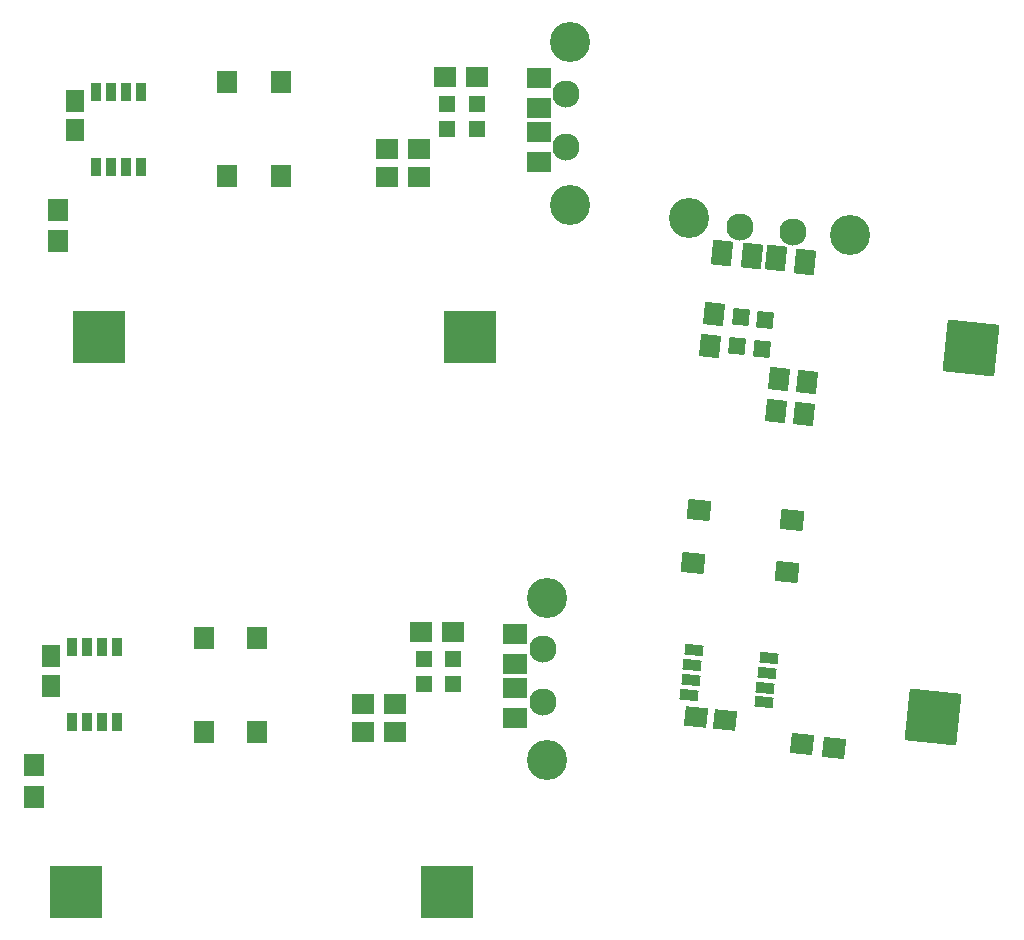
<source format=gts>
%MOIN*%
%OFA0B0*%
%FSLAX46Y46*%
%IPPOS*%
%LPD*%
%AMREC47*
4,1,3,
0.033801567653702583,-0.036211913534767569,
0.040591802472270622,0.028392855258840732,
-0.033801567653702583,0.036211913534767569,
-0.040591802472270622,-0.028392855258840732,
0*%
%AMREC48*
4,1,3,
0.02452737805001708,-0.030288789411226331,
0.030288789411226331,0.02452737805001708,
-0.02452737805001708,0.030288789411226331,
-0.030288789411226331,-0.02452737805001708,
0*%
%AMREC49*
4,1,3,
0.028339280313114491,-0.020951049208983885,
0.032075967110241632,0.014601150830165412,
-0.028339280313114491,0.020951049208983885,
-0.032075967110241632,-0.014601150830165412,
0*%
%AMREC50*
4,1,3,
0.028960186009133707,-0.044610125350952469,
0.037602303050947576,0.037614125840912664,
-0.028960186009133707,0.044610125350952469,
-0.037602303050947576,-0.037614125840912664,
0*%
%AMREC51*
4,1,3,
0.029371715392077224,-0.040694684818006505,
0.037190773668004058,0.0336986853079667,
-0.029371715392077224,0.040694684818006505,
-0.037190773668004058,-0.0336986853079667,
0*%
%AMREC52*
4,1,3,
0.0336986853079667,-0.037190773668004058,
0.040694684818006505,0.029371715392077224,
-0.0336986853079667,0.037190773668004058,
-0.040694684818006505,-0.029371715392077224,
0*%
%AMREC53*
4,1,3,
0.034677545441203189,-0.037293656013739941,
0.041673544951242987,0.029268833046341345,
-0.034677545441203189,0.037293656013739941,
-0.041673544951242987,-0.029268833046341345,
0*%
%AMREC54*
4,1,3,
0.0770860453000537,-0.095193338149568471,
0.095193338149568471,0.0770860453000537,
-0.0770860453000537,0.095193338149568471,
-0.095193338149568471,-0.0770860453000537,
0*%
%ADD10C,0.0039370078740157488*%
%AMCOMP65*
4,1,3,
0.033801567653702583,-0.036211913534767569,
0.040591802472270622,0.028392855258840732,
-0.033801567653702583,0.036211913534767569,
-0.040591802472270622,-0.028392855258840732,
0*%
%ADD11COMP65*%
%AMCOMP66*
4,1,3,
0.02452737805001708,-0.030288789411226331,
0.030288789411226331,0.02452737805001708,
-0.02452737805001708,0.030288789411226331,
-0.030288789411226331,-0.02452737805001708,
0*%
%ADD12COMP66*%
%AMCOMP67*
4,1,3,
0.028339280313114491,-0.020951049208983885,
0.032075967110241632,0.014601150830165412,
-0.028339280313114491,0.020951049208983885,
-0.032075967110241632,-0.014601150830165412,
0*%
%ADD13COMP67*%
%ADD14C,0.0905511811023622*%
%AMCOMP68*
4,1,3,
0.028960186009133707,-0.044610125350952469,
0.037602303050947576,0.037614125840912664,
-0.028960186009133707,0.044610125350952469,
-0.037602303050947576,-0.037614125840912664,
0*%
%ADD15COMP68*%
%ADD16C,0.13385826771653545*%
%AMCOMP69*
4,1,3,
0.029371715392077224,-0.040694684818006505,
0.037190773668004058,0.0336986853079667,
-0.029371715392077224,0.040694684818006505,
-0.037190773668004058,-0.0336986853079667,
0*%
%ADD17COMP69*%
%AMCOMP70*
4,1,3,
0.0336986853079667,-0.037190773668004058,
0.040694684818006505,0.029371715392077224,
-0.0336986853079667,0.037190773668004058,
-0.040694684818006505,-0.029371715392077224,
0*%
%ADD18COMP70*%
%AMCOMP71*
4,1,3,
0.034677545441203189,-0.037293656013739941,
0.041673544951242987,0.029268833046341345,
-0.034677545441203189,0.037293656013739941,
-0.041673544951242987,-0.029268833046341345,
0*%
%ADD19COMP71*%
%AMCOMP72*
4,1,3,
0.0770860453000537,-0.095193338149568471,
0.095193338149568471,0.0770860453000537,
-0.0770860453000537,0.095193338149568471,
-0.095193338149568471,-0.0770860453000537,
0*%
%ADD20COMP72*%
%ADD31C,0.0039370078740157488*%
%ADD32R,0.064960629921259838X0.074803149606299218*%
%ADD33R,0.055118110236220472X0.055118110236220472*%
%ADD34R,0.035748031496062996X0.06074803149606299*%
%ADD35C,0.0905511811023622*%
%ADD36R,0.082677165354330714X0.066929133858267723*%
%ADD37C,0.13385826771653545*%
%ADD38R,0.074803149606299218X0.066929133858267723*%
%ADD39R,0.066929133858267723X0.074803149606299218*%
%ADD40R,0.066929133858267723X0.076771653543307089*%
%ADD41R,0.17322834645669294X0.17322834645669294*%
%ADD52C,0.0039370078740157488*%
%ADD53R,0.064960629921259838X0.074803149606299218*%
%ADD54R,0.055118110236220472X0.055118110236220472*%
%ADD55R,0.035748031496062996X0.06074803149606299*%
%ADD56C,0.0905511811023622*%
%ADD57R,0.082677165354330714X0.066929133858267723*%
%ADD58C,0.13385826771653545*%
%ADD59R,0.074803149606299218X0.066929133858267723*%
%ADD60R,0.066929133858267723X0.074803149606299218*%
%ADD61R,0.066929133858267723X0.076771653543307089*%
%ADD62R,0.17322834645669294X0.17322834645669294*%
%LPD*%
G01*
D10*
D11*
X-0001456692Y-0003070866D02*
X0002530638Y0001288192D03*
X0002628524Y0001277903D03*
D12*
X0002762776Y0002611728D03*
X0002752488Y0002513842D03*
X0002680552Y0002620370D03*
X0002670264Y0002522484D03*
D13*
X0002509638Y0001361457D03*
X0002514864Y0001411183D03*
X0002520091Y0001460910D03*
X0002525317Y0001510636D03*
X0002773948Y0001484504D03*
X0002768721Y0001434777D03*
X0002763495Y0001385051D03*
X0002758268Y0001335325D03*
D14*
X0002679073Y0002920793D03*
D15*
X0002618110Y0002834171D03*
X0002717562Y0002823718D03*
X0002797045Y0002815364D03*
X0002896497Y0002804911D03*
D16*
X0002509676Y0002951265D03*
X0003046875Y0002894803D03*
D14*
X0002855268Y0002902274D03*
D17*
X0002892033Y0002297282D03*
X0002903145Y0002402999D03*
X0002798063Y0002307159D03*
X0002809174Y0002412876D03*
X0002579386Y0002524119D03*
X0002590497Y0002629835D03*
D18*
X0002885097Y0001195515D03*
X0002990814Y0001184403D03*
D19*
X0002522809Y0001801269D03*
X0002541328Y0001977464D03*
X0002852997Y0001944707D03*
X0002834478Y0001768512D03*
D20*
X0003320410Y0001288316D03*
X0003449630Y0002517764D03*
G04 next file*
%LPD*%
G01*
D31*
D32*
X-0004370078Y0005000000D02*
X0000381888Y0001490156D03*
X0000381888Y0001391732D03*
D33*
X0001722440Y0001397637D03*
X0001624015Y0001397637D03*
X0001722440Y0001480314D03*
X0001624015Y0001480314D03*
D34*
X0000452559Y0001518700D03*
X0000502559Y0001518700D03*
X0000552559Y0001518700D03*
X0000602559Y0001518700D03*
X0000602559Y0001268700D03*
X0000552559Y0001268700D03*
X0000502559Y0001268700D03*
X0000452559Y0001268700D03*
D35*
X0002021062Y0001513188D03*
D36*
X0001928543Y0001564763D03*
X0001928543Y0001464763D03*
X0001928543Y0001384841D03*
X0001928543Y0001284842D03*
D37*
X0002033661Y0001684842D03*
X0002033661Y0001144685D03*
D35*
X0002021062Y0001336023D03*
D38*
X0001423228Y0001236220D03*
X0001529527Y0001236220D03*
X0001423228Y0001330708D03*
X0001529527Y0001330708D03*
X0001616141Y0001570866D03*
X0001722440Y0001570866D03*
D39*
X0000326771Y0001127952D03*
X0000326771Y0001021652D03*
D40*
X0000891338Y0001551574D03*
X0001068503Y0001551574D03*
X0001068503Y0001238188D03*
X0000891338Y0001238188D03*
D41*
X0000464566Y0000704723D03*
X0001700787Y0000704723D03*
G04 next file*
G04 #@! TF.FileFunction,Soldermask,Top*
G04 Gerber Fmt 4.6, Leading zero omitted, Abs format (unit mm)*
G04 Created by KiCad (PCBNEW 4.0.4+e1-6308~48~ubuntu16.04.1-stable) date Tue May  2 14:04:53 2017*
G01*
G04 APERTURE LIST*
G04 APERTURE END LIST*
D52*
D53*
X-0004291338Y0006850393D02*
X0000460629Y0003340551D03*
X0000460629Y0003242125D03*
D54*
X0001801181Y0003248031D03*
X0001702755Y0003248031D03*
X0001801181Y0003330708D03*
X0001702755Y0003330708D03*
D55*
X0000531299Y0003369094D03*
X0000581299Y0003369094D03*
X0000631299Y0003369094D03*
X0000681298Y0003369094D03*
X0000681298Y0003119094D03*
X0000631299Y0003119094D03*
X0000581299Y0003119094D03*
X0000531299Y0003119094D03*
D56*
X0002099803Y0003363582D03*
D57*
X0002007283Y0003415157D03*
X0002007283Y0003315157D03*
X0002007283Y0003235235D03*
X0002007283Y0003135236D03*
D58*
X0002112401Y0003535236D03*
X0002112401Y0002995078D03*
D56*
X0002099803Y0003186417D03*
D59*
X0001501968Y0003086614D03*
X0001608267Y0003086614D03*
X0001501968Y0003181102D03*
X0001608267Y0003181102D03*
X0001694881Y0003421259D03*
X0001801181Y0003421259D03*
D60*
X0000405511Y0002978346D03*
X0000405511Y0002872047D03*
D61*
X0000970078Y0003401968D03*
X0001147244Y0003401968D03*
X0001147244Y0003088582D03*
X0000970078Y0003088582D03*
D62*
X0000543307Y0002555118D03*
X0001779527Y0002555118D03*
M02*
</source>
